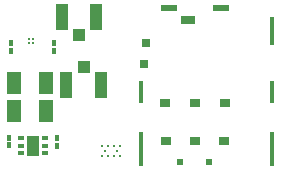
<source format=gbr>
G04 #@! TF.GenerationSoftware,KiCad,Pcbnew,(5.1.6)-1*
G04 #@! TF.CreationDate,2021-09-25T22:06:40+02:00*
G04 #@! TF.ProjectId,nrfmodule,6e72666d-6f64-4756-9c65-2e6b69636164,rev?*
G04 #@! TF.SameCoordinates,Original*
G04 #@! TF.FileFunction,Paste,Top*
G04 #@! TF.FilePolarity,Positive*
%FSLAX46Y46*%
G04 Gerber Fmt 4.6, Leading zero omitted, Abs format (unit mm)*
G04 Created by KiCad (PCBNEW (5.1.6)-1) date 2021-09-25 22:06:40*
%MOMM*%
%LPD*%
G01*
G04 APERTURE LIST*
%ADD10R,1.000000X1.050000*%
%ADD11R,1.050000X2.200000*%
%ADD12R,0.440000X0.470000*%
%ADD13R,1.220000X1.920000*%
%ADD14R,1.100000X1.700000*%
%ADD15R,0.600000X0.350000*%
%ADD16C,0.180000*%
%ADD17R,0.600000X0.600000*%
%ADD18R,0.450000X2.900000*%
%ADD19R,0.450000X1.900000*%
%ADD20R,0.450000X2.400000*%
%ADD21R,1.400000X0.500000*%
%ADD22R,0.750000X0.700000*%
%ADD23R,1.200000X0.650000*%
%ADD24R,0.700000X0.700000*%
%ADD25R,0.900000X0.700000*%
%ADD26C,0.250000*%
G04 APERTURE END LIST*
D10*
G04 #@! TO.C,U.FL2*
X146225000Y-97875000D03*
D11*
X144750000Y-99400000D03*
X147700000Y-99400000D03*
G04 #@! TD*
D12*
G04 #@! TO.C,1uF1*
X140030000Y-95825000D03*
X140030000Y-96495000D03*
G04 #@! TD*
G04 #@! TO.C,1uF2*
X143740000Y-95855000D03*
X143740000Y-96525000D03*
G04 #@! TD*
G04 #@! TO.C,1uF3*
X139920000Y-104495000D03*
X139920000Y-103825000D03*
G04 #@! TD*
G04 #@! TO.C,1uF4*
X143920000Y-104520000D03*
X143920000Y-103850000D03*
G04 #@! TD*
D13*
G04 #@! TO.C,220uF1*
X140340000Y-101550000D03*
X143040000Y-101550000D03*
G04 #@! TD*
G04 #@! TO.C,220uF2*
X140320000Y-99240000D03*
X143020000Y-99240000D03*
G04 #@! TD*
D14*
G04 #@! TO.C,5.0V1*
X141920000Y-104500000D03*
D15*
X142970000Y-103850000D03*
X142970000Y-104500000D03*
X142970000Y-105150000D03*
X140870000Y-105150000D03*
X140870000Y-104500000D03*
X140870000Y-103850000D03*
G04 #@! TD*
D16*
G04 #@! TO.C,IC1*
X141545000Y-95465000D03*
X141895000Y-95465000D03*
X141545000Y-95815000D03*
X141895000Y-95815000D03*
G04 #@! TD*
D17*
G04 #@! TO.C,NANOSIM1*
X154410000Y-105930000D03*
X156850000Y-105930000D03*
D18*
X162185000Y-104780000D03*
D19*
X162185000Y-99930000D03*
D20*
X162185000Y-94780000D03*
D21*
X157830000Y-92830000D03*
X153430000Y-92830000D03*
D22*
X151535000Y-95780000D03*
D19*
X151035000Y-99930000D03*
D18*
X151035000Y-104780000D03*
D23*
X155080000Y-93905000D03*
D24*
X151360000Y-97580000D03*
D25*
X153090000Y-100910000D03*
X155630000Y-100910000D03*
X158170000Y-100910000D03*
X153190000Y-104080000D03*
X155630000Y-104080000D03*
X158070000Y-104080000D03*
G04 #@! TD*
D26*
G04 #@! TO.C,SIMESDPROTECT1*
X147790000Y-104525000D03*
X148290000Y-104525000D03*
X148790000Y-104525000D03*
X149290000Y-104525000D03*
X148040000Y-104960000D03*
X149040000Y-104960000D03*
X147790000Y-105395000D03*
X148290000Y-105395000D03*
X148790000Y-105395000D03*
X149290000Y-105395000D03*
G04 #@! TD*
D10*
G04 #@! TO.C,U.FL1*
X145815000Y-95125000D03*
D11*
X147290000Y-93600000D03*
X144340000Y-93600000D03*
G04 #@! TD*
M02*

</source>
